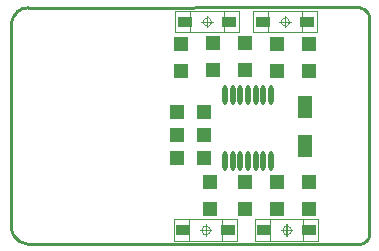
<source format=gtp>
G04*
G04 #@! TF.GenerationSoftware,Altium Limited,Altium Designer,22.0.2 (36)*
G04*
G04 Layer_Color=8421504*
%FSTAX25Y25*%
%MOIN*%
G70*
G04*
G04 #@! TF.SameCoordinates,371D3646-10FE-40E0-BBDF-05722AEB6D60*
G04*
G04*
G04 #@! TF.FilePolarity,Positive*
G04*
G01*
G75*
%ADD10C,0.01000*%
%ADD24C,0.00197*%
%ADD25C,0.00004*%
%ADD26R,0.04724X0.03347*%
%ADD27R,0.05000X0.05118*%
%ADD28R,0.05118X0.05000*%
%ADD29O,0.01772X0.06496*%
%ADD30R,0.05000X0.07736*%
D10*
X0314906Y037424D02*
X031388Y037415D01*
X0312886Y0373884D01*
X0311953Y0373449D01*
X0311109Y0372859D01*
X0310382Y0372131D01*
X0309791Y0371287D01*
X0309356Y0370354D01*
X030909Y036936D01*
X0309Y0368335D01*
X0309Y0301406D02*
X030909Y030038D01*
X0309356Y0299386D01*
X0309791Y0298453D01*
X0310382Y0297609D01*
X0311109Y0296882D01*
X0311953Y0296291D01*
X0312886Y0295856D01*
X031388Y029559D01*
X0314906Y02955D01*
X04285Y0370425D02*
X0428416Y0371377D01*
X0428089Y0372275D01*
X042754Y0373057D01*
X0426807Y0373671D01*
X0425941Y0374074D01*
X0425Y037424D01*
X04255Y02955D02*
X0426492Y0295736D01*
X0427363Y0296268D01*
X0428026Y0297042D01*
X0428418Y0297984D01*
X04285Y0299D01*
X0309Y0301406D02*
Y0368335D01*
X0314901Y0374169D02*
X0425Y037424D01*
X0314906Y02955D02*
X04255Y02955D01*
X04285Y0299D02*
Y0370425D01*
D24*
X0375378Y03D02*
X0375056Y0300886D01*
X0374239Y0301357D01*
X0373311Y0301193D01*
X0372705Y0300471D01*
Y0299529D01*
X0373311Y0298807D01*
X0374239Y0298643D01*
X0375056Y0299114D01*
X0375378Y03D01*
X0375878Y03695D02*
X0375556Y0370386D01*
X0374739Y0370857D01*
X0373811Y0370693D01*
X0373205Y0369971D01*
Y0369029D01*
X0373811Y0368307D01*
X0374739Y0368143D01*
X0375556Y0368614D01*
X0375878Y03695D01*
X0402378Y03D02*
X0402056Y0300886D01*
X0401239Y0301357D01*
X0400311Y0301193D01*
X0399705Y0300471D01*
Y0299529D01*
X0400311Y0298807D01*
X0401239Y0298643D01*
X0402056Y0299114D01*
X0402378Y03D01*
X0401878Y03695D02*
X0401556Y0370386D01*
X0400739Y0370857D01*
X0399811Y0370693D01*
X0399205Y0369971D01*
Y0369029D01*
X0399811Y0368307D01*
X0400739Y0368143D01*
X0401556Y0368614D01*
X0401878Y03695D01*
X0375878Y03695D02*
X0375556Y0370386D01*
X0374739Y0370857D01*
X0373811Y0370693D01*
X0373205Y0369971D01*
Y0369029D01*
X0373811Y0368307D01*
X0374739Y0368143D01*
X0375556Y0368614D01*
X0375878Y03695D01*
X0375378Y03D02*
X0375056Y0300886D01*
X0374239Y0301357D01*
X0373311Y0301193D01*
X0372705Y0300471D01*
Y0299529D01*
X0373311Y0298807D01*
X0374239Y0298643D01*
X0375056Y0299114D01*
X0375378Y03D01*
X0402358D02*
X0402036Y0300886D01*
X040122Y0301357D01*
X0400291Y0301193D01*
X0399686Y0300471D01*
Y0299529D01*
X0400291Y0298807D01*
X040122Y0298643D01*
X0402036Y0299114D01*
X0402358Y03D01*
X0401878Y03695D02*
X0401556Y0370386D01*
X0400739Y0370857D01*
X0399811Y0370693D01*
X0399205Y0369971D01*
Y0369029D01*
X0399811Y0368307D01*
X0400739Y0368143D01*
X0401556Y0368614D01*
X0401878Y03695D01*
X0372032Y03D02*
X0375969D01*
X0374Y0298031D02*
Y0301968D01*
X036337Y0296457D02*
Y0303543D01*
Y0296457D02*
X038463D01*
Y0303543D01*
X036337D02*
X038463D01*
X0372532Y03695D02*
X0376469D01*
X03745Y0367532D02*
Y0371469D01*
X036387Y0365957D02*
Y0373043D01*
Y0365957D02*
X038513D01*
Y0373043D01*
X036387D02*
X038513D01*
X0399032Y03D02*
X0402969D01*
X0401Y0298031D02*
Y0301968D01*
X039037Y0296457D02*
Y0303543D01*
Y0296457D02*
X041163D01*
Y0303543D01*
X039037D02*
X041163D01*
X0398532Y03695D02*
X0402469D01*
X04005Y0367532D02*
Y0371469D01*
X041113Y0365957D02*
Y0373043D01*
X038987D02*
X041113D01*
X038987Y0365957D02*
Y0373043D01*
Y0365957D02*
X041113D01*
X0372532Y03695D02*
X0376469D01*
X03745Y0367532D02*
Y0371469D01*
X038513Y0365957D02*
Y0373043D01*
X036387Y0365957D02*
X038513D01*
X036387D02*
Y0373043D01*
X038513D01*
X0372032Y03D02*
X0375969D01*
X0374Y0298032D02*
Y0301969D01*
X038463Y0296457D02*
Y0303543D01*
X036337Y0296457D02*
X038463D01*
X036337D02*
Y0303543D01*
X038463D01*
X0399012Y03D02*
X0402949D01*
X040098Y0298032D02*
Y0301969D01*
X041161Y0296457D02*
Y0303543D01*
X039035Y0296457D02*
X041161D01*
X039035D02*
Y0303543D01*
X041161D01*
X0398532Y03695D02*
X0402469D01*
X04005Y0367532D02*
Y0371469D01*
X038987Y0365957D02*
Y0373043D01*
X041113D01*
Y0365957D02*
Y0373043D01*
X038987Y0365957D02*
X041113D01*
D25*
X036839Y0296457D02*
Y0303543D01*
Y0296457D02*
X037961D01*
Y0303543D01*
X036839D02*
X037961D01*
X036889Y0365957D02*
Y0373043D01*
Y0365957D02*
X038011D01*
Y0373043D01*
X036889D02*
X038011D01*
X039539Y0296457D02*
Y0303543D01*
Y0296457D02*
X040661D01*
Y0303543D01*
X039539D02*
X040661D01*
X040611Y0365957D02*
Y0373043D01*
X039489D02*
X040611D01*
X039489Y0365957D02*
Y0373043D01*
Y0365957D02*
X040611D01*
X038011Y0365957D02*
Y0373043D01*
X036889Y0365957D02*
X038011D01*
X036889D02*
Y0373043D01*
X038011D01*
X037961Y0296457D02*
Y0303543D01*
X036839Y0296457D02*
X037961D01*
X036839D02*
Y0303543D01*
X037961D01*
X0406591Y0296457D02*
Y0303543D01*
X039537Y0296457D02*
X0406591D01*
X039537D02*
Y0303543D01*
X0406591D01*
X039489Y0365957D02*
Y0373043D01*
X040611D01*
Y0365957D02*
Y0373043D01*
X039489Y0365957D02*
X040611D01*
D26*
X038198Y03695D02*
D03*
X036702D02*
D03*
X038148Y03D02*
D03*
X036652D02*
D03*
X0408461D02*
D03*
X03935D02*
D03*
X039302Y03695D02*
D03*
X040798D02*
D03*
D27*
X038715Y0362208D02*
D03*
Y0353208D02*
D03*
X0375521Y0306851D02*
D03*
Y0315851D02*
D03*
X0387Y0316D02*
D03*
Y0307D02*
D03*
X0365921Y0361862D02*
D03*
Y0352862D02*
D03*
X0376525Y0353208D02*
D03*
Y0362208D02*
D03*
X0397691Y0315941D02*
D03*
Y0306941D02*
D03*
X0408379Y0307042D02*
D03*
Y0316042D02*
D03*
X0397754Y0353059D02*
D03*
Y0362059D02*
D03*
X0408379Y0353059D02*
D03*
Y0362059D02*
D03*
D28*
X03735Y0324D02*
D03*
X03645D02*
D03*
X03645Y03395D02*
D03*
X03735D02*
D03*
X03735Y033175D02*
D03*
X03645Y033175D02*
D03*
D29*
X0395795Y0345D02*
D03*
X0393236D02*
D03*
X0390677D02*
D03*
X0388118D02*
D03*
X0385559D02*
D03*
X0383D02*
D03*
X0380441D02*
D03*
X0395795Y0322953D02*
D03*
X0393236D02*
D03*
X0390677D02*
D03*
X0388118D02*
D03*
X0385559D02*
D03*
X0383D02*
D03*
X0380441D02*
D03*
D30*
X0407Y03411D02*
D03*
Y03279D02*
D03*
M02*

</source>
